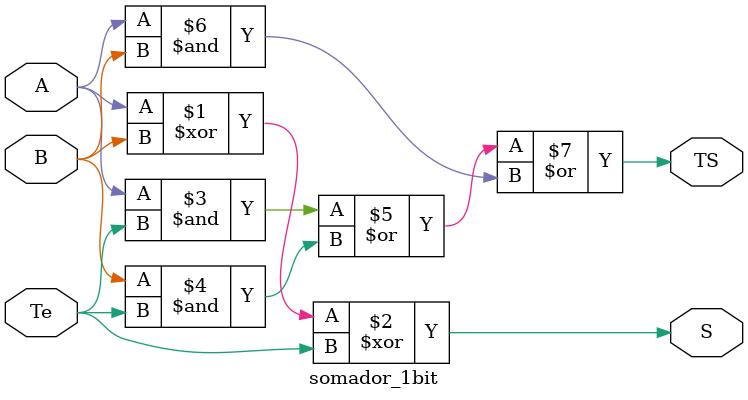
<source format=v>
/* Somador 1 bit 
Alunas: Letícia Vaz Pires e Marina Stefane Candido Delfino
Data: 14/09
*/

module somador_1bit(A, B, Te, S, TS);


input A, B, Te;
output S, TS;

	assign S = (A^B)^Te;
	assign TS = (A&Te) | (B&Te) | (A&B);


endmodule

</source>
